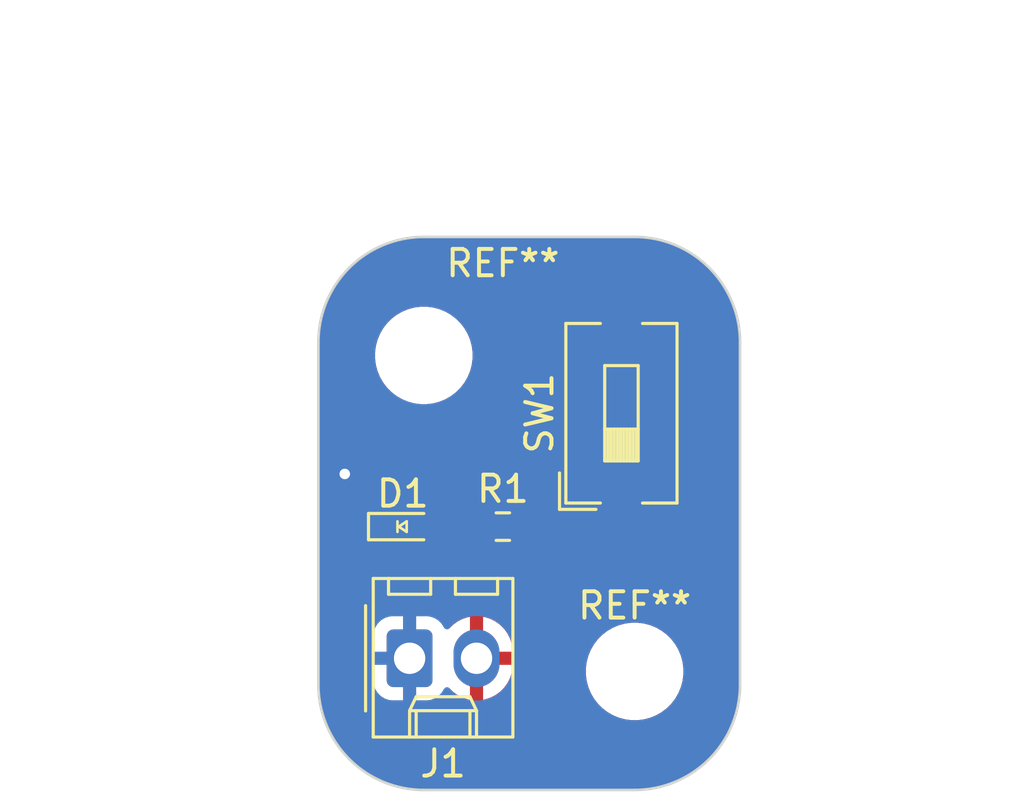
<source format=kicad_pcb>
(kicad_pcb (version 20240108) (generator "pcbnew") (generator_version "8.0")
  (title_block (title "LED Project") (date "2024-09-16") (rev "1.0") (company "Illini Solar Car") (comment 1 "Designed By: Adam Jiang"))
  (layers (0 "F.Cu" signal) (31 "B.Cu" signal) (34 "B.Paste" user) (35 "F.Paste" user) (36 "B.SilkS" user "B.Silkscreen") (37 "F.SilkS" user "F.Silkscreen") (38 "B.Mask" user) (39 "F.Mask" user) (44 "Edge.Cuts" user))
  (net 0 "")
  (net 1 "GND")
  (net 2 "Net-(D1-A)")
  (net 3 "+3V3")
  (net 4 "Net-(R1-Pad2)")
  (footprint "Resistor_SMD:R_0603_1608Metric_Pad0.98x0.95mm_HandSolder" (layer "F.Cu") (at 125 87)
    (property "Reference" "R1" (at 0 -1.43 0) (layer "F.SilkS"))
    (property "Value" "105")
    (fp_line (start -0.254724 -0.5225) (end 0.254724 -0.5225) (stroke (width 0.12)) (layer "F.SilkS"))
    (fp_line (start -0.254724 0.5225) (end 0.254724 0.5225) (stroke (width 0.12)) (layer "F.SilkS"))
    (pad "1" smd roundrect (at -0.9125 0) (size 0.975 0.95) (layers "F.Cu" "F.Paste" "F.Mask") (net 2 "Net-(D1-A)"))
    (pad "2" smd roundrect (at 0.9125 0) (size 0.975 0.95) (layers "F.Cu" "F.Paste" "F.Mask") (net 4 "Net-(R1-Pad2)"))
  )
  (footprint "Button_Switch_SMD:SW_DIP_SPSTx01_Slide_6.7x4.1mm_W8.61mm_P2.54mm_LowProfile" (layer "F.Cu") (at 129.5 82.695 90)
    (property "Reference" "SW1" (at 0 -3.11 90) (layer "F.SilkS"))
    (property "Value" "SW_Push")
    (fp_line (start -3.65 -2.35) (end -2.267 -2.35) (stroke (width 0.12)) (layer "F.SilkS"))
    (fp_line (start -3.65 -2.35) (end -3.65 -0.967) (stroke (width 0.12)) (layer "F.SilkS"))
    (fp_line (start 3.41 -2.11) (end 3.41 -0.8) (stroke (width 0.12)) (layer "F.SilkS"))
    (fp_line (start -3.41 -2.11) (end 3.41 -2.11) (stroke (width 0.12)) (layer "F.SilkS"))
    (fp_line (start -3.41 -2.11) (end -3.41 -0.8) (stroke (width 0.12)) (layer "F.SilkS"))
    (fp_line (start 1.81 -0.635) (end -1.81 -0.635) (stroke (width 0.12)) (layer "F.SilkS"))
    (fp_line (start -0.603333 -0.635) (end -0.603333 0.635) (stroke (width 0.12)) (layer "F.SilkS"))
    (fp_line (start -1.81 -0.635) (end -1.81 0.635) (stroke (width 0.12)) (layer "F.SilkS"))
    (fp_line (start -1.81 -0.515) (end -0.603333 -0.515) (stroke (width 0.12)) (layer "F.SilkS"))
    (fp_line (start -1.81 -0.395) (end -0.603333 -0.395) (stroke (width 0.12)) (layer "F.SilkS"))
    (fp_line (start -1.81 -0.275) (end -0.603333 -0.275) (stroke (width 0.12)) (layer "F.SilkS"))
    (fp_line (start -1.81 -0.155) (end -0.603333 -0.155) (stroke (width 0.12)) (layer "F.SilkS"))
    (fp_line (start -1.81 -0.035) (end -0.603333 -0.035) (stroke (width 0.12)) (layer "F.SilkS"))
    (fp_line (start -1.81 0.085) (end -0.603333 0.085) (stroke (width 0.12)) (layer "F.SilkS"))
    (fp_line (start -1.81 0.205) (end -0.603333 0.205) (stroke (width 0.12)) (layer "F.SilkS"))
    (fp_line (start -1.81 0.325) (end -0.603333 0.325) (stroke (width 0.12)) (layer "F.SilkS"))
    (fp_line (start -1.81 0.445) (end -0.603333 0.445) (stroke (width 0.12)) (layer "F.SilkS"))
    (fp_line (start -1.81 0.565) (end -0.603333 0.565) (stroke (width 0.12)) (layer "F.SilkS"))
    (fp_line (start 1.81 0.635) (end 1.81 -0.635) (stroke (width 0.12)) (layer "F.SilkS"))
    (fp_line (start -1.81 0.635) (end 1.81 0.635) (stroke (width 0.12)) (layer "F.SilkS"))
    (fp_line (start 3.41 0.8) (end 3.41 2.11) (stroke (width 0.12)) (layer "F.SilkS"))
    (fp_line (start -3.41 0.8) (end -3.41 2.11) (stroke (width 0.12)) (layer "F.SilkS"))
    (fp_line (start -3.41 2.11) (end 3.41 2.11) (stroke (width 0.12)) (layer "F.SilkS"))
    (pad "1" smd rect (at -4.305 0 90) (size 2.44 1.12) (layers "F.Cu" "F.Paste" "F.Mask") (net 3 "+3V3"))
    (pad "2" smd rect (at 4.305 0 90) (size 2.44 1.12) (layers "F.Cu" "F.Paste" "F.Mask") (net 4 "Net-(R1-Pad2)"))
  )
  (footprint "MountingHole:MountingHole_3.2mm_M3" (layer "F.Cu") (at 130 92.5)
    (property "Reference" "REF**" (at 0 -2.5 0) (layer "F.SilkS"))
    (property "Value" "MountingHole_3.2mm_M3")
    (pad "" np_thru_hole circle (at 0 0) (size 3.2 3.2) (drill 3.2) (layers "*.Cu" "*.Mask"))
  )
  (footprint "layout:LED_0603_Symbol_on_F.SilkS" (layer "F.Cu") (at 121.2 87)
    (property "Reference" "D1" (at 0 -1.25 0) (layer "F.SilkS"))
    (property "Value" "LED_RED")
    (fp_line (start -1.3 -0.5) (end -1.3 0.5) (stroke (width 0.12)) (layer "F.SilkS"))
    (fp_line (start -1.3 -0.5) (end 0.8 -0.5) (stroke (width 0.12)) (layer "F.SilkS"))
    (fp_line (start -1.3 0.5) (end 0.8 0.5) (stroke (width 0.12)) (layer "F.SilkS"))
    (fp_line (start -0.2 -0.2) (end -0.2 0.2) (stroke (width 0.1)) (layer "F.SilkS"))
    (fp_line (start -0.15 0) (end 0.15 -0.2) (stroke (width 0.1)) (layer "F.SilkS"))
    (fp_line (start 0.15 -0.2) (end 0.15 0.2) (stroke (width 0.1)) (layer "F.SilkS"))
    (fp_line (start 0.15 0.2) (end -0.15 0) (stroke (width 0.1)) (layer "F.SilkS"))
    (pad "1" smd rect (at -0.8 0 180) (size 0.8 0.8) (layers "F.Cu" "F.Paste" "F.Mask") (net 1 "GND"))
    (pad "2" smd rect (at 0.8 0 180) (size 0.8 0.8) (layers "F.Cu" "F.Paste" "F.Mask") (net 2 "Net-(D1-A)"))
  )
  (footprint "MountingHole:MountingHole_3.2mm_M3" (layer "F.Cu") (at 122 80.5)
    (property "Reference" "REF**" (at 3 -3.5 0) (layer "F.SilkS"))
    (property "Value" "MountingHole_3.2mm_M3")
    (pad "" np_thru_hole circle (at 0 0) (size 3.2 3.2) (drill 3.2) (layers "*.Cu" "*.Mask"))
  )
  (footprint "Connector_Molex:Molex_KK-254_AE-6410-02A_1x02_P2.54mm_Vertical" (layer "F.Cu") (at 121.46 92)
    (property "Reference" "J1" (at 1.27 4 0) (layer "F.SilkS"))
    (property "Value" "Conn_01x02")
    (fp_line (start -1.67 -2) (end -1.67 2) (stroke (width 0.12)) (layer "F.SilkS"))
    (fp_line (start -1.38 -3.03) (end -1.38 2.99) (stroke (width 0.12)) (layer "F.SilkS"))
    (fp_line (start -1.38 2.99) (end 3.92 2.99) (stroke (width 0.12)) (layer "F.SilkS"))
    (fp_line (start -0.8 -3.03) (end -0.8 -2.43) (stroke (width 0.12)) (layer "F.SilkS"))
    (fp_line (start -0.8 -2.43) (end 0.8 -2.43) (stroke (width 0.12)) (layer "F.SilkS"))
    (fp_line (start 0 1.99) (end 0.25 1.46) (stroke (width 0.12)) (layer "F.SilkS"))
    (fp_line (start 0 1.99) (end 2.54 1.99) (stroke (width 0.12)) (layer "F.SilkS"))
    (fp_line (start 0 2.99) (end 0 1.99) (stroke (width 0.12)) (layer "F.SilkS"))
    (fp_line (start 0.25 1.46) (end 2.29 1.46) (stroke (width 0.12)) (layer "F.SilkS"))
    (fp_line (start 0.25 2.99) (end 0.25 1.99) (stroke (width 0.12)) (layer "F.SilkS"))
    (fp_line (start 0.8 -2.43) (end 0.8 -3.03) (stroke (width 0.12)) (layer "F.SilkS"))
    (fp_line (start 1.74 -3.03) (end 1.74 -2.43) (stroke (width 0.12)) (layer "F.SilkS"))
    (fp_line (start 1.74 -2.43) (end 3.34 -2.43) (stroke (width 0.12)) (layer "F.SilkS"))
    (fp_line (start 2.29 1.46) (end 2.54 1.99) (stroke (width 0.12)) (layer "F.SilkS"))
    (fp_line (start 2.29 2.99) (end 2.29 1.99) (stroke (width 0.12)) (layer "F.SilkS"))
    (fp_line (start 2.54 1.99) (end 2.54 2.99) (stroke (width 0.12)) (layer "F.SilkS"))
    (fp_line (start 3.34 -2.43) (end 3.34 -3.03) (stroke (width 0.12)) (layer "F.SilkS"))
    (fp_line (start 3.92 -3.03) (end -1.38 -3.03) (stroke (width 0.12)) (layer "F.SilkS"))
    (fp_line (start 3.92 2.99) (end 3.92 -3.03) (stroke (width 0.12)) (layer "F.SilkS"))
    (pad "1" thru_hole roundrect (at 0 0) (size 1.74 2.19) (drill 1.19) (layers "*.Cu" "*.Mask") (roundrect_rratio 0.143678) (net 1 "GND"))
    (pad "2" thru_hole oval (at 2.54 0) (size 1.74 2.19) (drill 1.19) (layers "*.Cu" "*.Mask") (net 3 "+3V3"))
  )
  (gr_line (start 130 76) (end 122 76) (stroke (width 0.1)) (layer "Edge.Cuts"))
  (gr_arc (start 130 76) (mid 132.828427 77.171573) (end 134 80) (stroke (width 0.1)) (layer "Edge.Cuts"))
  (gr_arc (start 118 80) (mid 119.171573 77.171573) (end 122 76) (stroke (width 0.1)) (layer "Edge.Cuts"))
  (gr_line (start 130 97) (end 122 97) (stroke (width 0.1)) (layer "Edge.Cuts"))
  (gr_line (start 134 80) (end 134 93) (stroke (width 0.1)) (layer "Edge.Cuts"))
  (gr_line (start 118 93) (end 118 80) (stroke (width 0.1)) (layer "Edge.Cuts"))
  (gr_arc (start 122 97) (mid 119.171573 95.828427) (end 118 93) (stroke (width 0.1)) (layer "Edge.Cuts"))
  (gr_arc (start 134 93) (mid 132.828427 95.828427) (end 130 97) (stroke (width 0.1)) (layer "Edge.Cuts"))
  (segment (start 120.4 87) (end 120.4 86.4) (width 0.25) (layer "F.Cu") (net 1))
  (segment (start 120.4 86.4) (end 119 85) (width 0.25) (layer "F.Cu") (net 1))
  (via (at 119 85) (size 0.8) (drill 0.4) (layers "F.Cu" "B.Cu") (net 1))
  (segment (start 124.0875 87) (end 122 87) (width 0.25) (layer "F.Cu") (net 2))
  (segment (start 129.5 87) (end 129 87) (width 0.25) (layer "F.Cu") (net 3))
  (segment (start 125.9125 80.3101) (end 125.9125 87) (width 0.25) (layer "F.Cu") (net 4))
  (segment (start 127.8326 78.39) (end 125.9125 80.3101) (width 0.25) (layer "F.Cu") (net 4))
  (segment (start 129.5 78.39) (end 127.8326 78.39) (width 0.25) (layer "F.Cu") (net 4))
  (zone (net 3) (net_name "+3V3") (layer "F.Cu") (connect_pads (clearance 0.508)) (min_thickness 0.25) (fill yes (thermal_gap 0.5) (thermal_bridge_width 0.5))
    (polygon (pts (xy 118 76) (xy 134 76) (xy 134 97) (xy 118 97)))
  )
  (zone (net 1) (net_name "GND") (layer "B.Cu") (priority 1) (connect_pads (clearance 0.508)) (min_thickness 0.25) (fill yes (thermal_gap 0.5) (thermal_bridge_width 0.5))
    (polygon (pts (xy 118 76) (xy 134 76) (xy 134 97) (xy 118 97)))
  )
)
</source>
